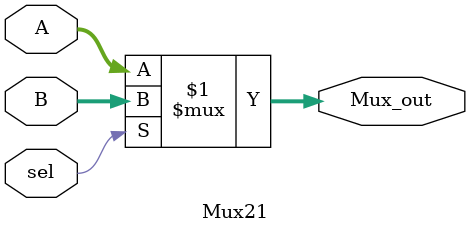
<source format=v>
module Mux21
    #(parameter Data_Width =32)
(
    output  wire    [Data_Width-1:0]   Mux_out,
    input   wire    [Data_Width-1:0]   A,B,
    input   wire                       sel
);
    assign Mux_out=    sel? B :   A;
endmodule
</source>
